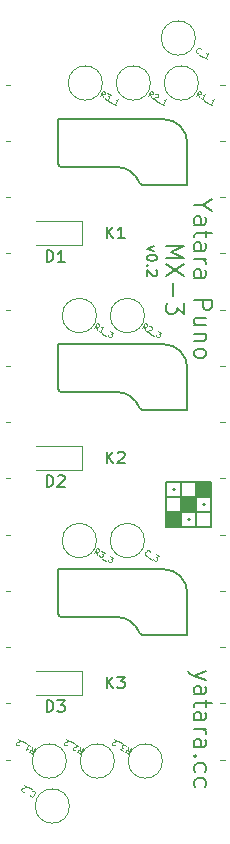
<source format=gto>
%TF.GenerationSoftware,KiCad,Pcbnew,5.0.0+dfsg1-2*%
%TF.CreationDate,2019-02-10T19:26:03+01:00*%
%TF.ProjectId,yatara-puno-mx-3,7961746172612D70756E6F2D6D782D33,0.2*%
%TF.SameCoordinates,Original*%
%TF.FileFunction,Legend,Top*%
%TF.FilePolarity,Positive*%
%FSLAX46Y46*%
G04 Gerber Fmt 4.6, Leading zero omitted, Abs format (unit mm)*
G04 Created by KiCad (PCBNEW 5.0.0+dfsg1-2) date Sun Feb 10 19:26:03 2019*
%MOMM*%
%LPD*%
G01*
G04 APERTURE LIST*
%ADD10C,0.100000*%
%ADD11C,0.200000*%
%ADD12C,0.150000*%
%ADD13C,0.120000*%
%ADD14C,0.125000*%
G04 APERTURE END LIST*
D10*
X83250000Y-33525000D02*
X82890000Y-33525000D01*
X83250000Y-38287500D02*
X82890000Y-38287500D01*
X83250000Y-43050000D02*
X82890000Y-43050000D01*
X83250000Y-47812500D02*
X82890000Y-47812500D01*
X83250000Y-52575000D02*
X82890000Y-52575000D01*
X83250000Y-57337500D02*
X82890000Y-57337500D01*
X83250000Y-62100000D02*
X82890000Y-62100000D01*
X83250000Y-66862500D02*
X82890000Y-66862500D01*
X83250000Y-71625000D02*
X82890000Y-71625000D01*
X83250000Y-76387500D02*
X82890000Y-76387500D01*
X83250000Y-81150000D02*
X82890000Y-81150000D01*
X83250000Y-85912500D02*
X82890000Y-85912500D01*
X83250000Y-90675000D02*
X82890000Y-90675000D01*
X64750000Y-33525000D02*
X65110000Y-33525000D01*
X64750000Y-38287500D02*
X65110000Y-38287500D01*
X64750000Y-43050000D02*
X65110000Y-43050000D01*
X64750000Y-47812500D02*
X65110000Y-47812500D01*
X64750000Y-52575000D02*
X65110000Y-52575000D01*
X64750000Y-57337500D02*
X65110000Y-57337500D01*
X64750000Y-62100000D02*
X65110000Y-62100000D01*
X64750000Y-66862500D02*
X65110000Y-66862500D01*
X64750000Y-71625000D02*
X65110000Y-71625000D01*
X64750000Y-76387500D02*
X65110000Y-76387500D01*
X64750000Y-81150000D02*
X65110000Y-81150000D01*
X64750000Y-85912500D02*
X65110000Y-85912500D01*
X64750000Y-90675000D02*
X65110000Y-90675000D01*
D11*
X78274428Y-47177857D02*
X79774428Y-47177857D01*
X78703000Y-47677857D01*
X79774428Y-48177857D01*
X78274428Y-48177857D01*
X79774428Y-48749285D02*
X78274428Y-49749285D01*
X79774428Y-49749285D02*
X78274428Y-48749285D01*
X78845857Y-50320714D02*
X78845857Y-51463571D01*
X79774428Y-52035000D02*
X79774428Y-52963571D01*
X79203000Y-52463571D01*
X79203000Y-52677857D01*
X79131571Y-52820714D01*
X79060142Y-52892142D01*
X78917285Y-52963571D01*
X78560142Y-52963571D01*
X78417285Y-52892142D01*
X78345857Y-52820714D01*
X78274428Y-52677857D01*
X78274428Y-52249285D01*
X78345857Y-52106428D01*
X78417285Y-52035000D01*
X81687428Y-83206428D02*
X80687428Y-83563571D01*
X81687428Y-83920714D02*
X80687428Y-83563571D01*
X80330285Y-83420714D01*
X80258857Y-83349285D01*
X80187428Y-83206428D01*
X80687428Y-85135000D02*
X81473142Y-85135000D01*
X81616000Y-85063571D01*
X81687428Y-84920714D01*
X81687428Y-84635000D01*
X81616000Y-84492142D01*
X80758857Y-85135000D02*
X80687428Y-84992142D01*
X80687428Y-84635000D01*
X80758857Y-84492142D01*
X80901714Y-84420714D01*
X81044571Y-84420714D01*
X81187428Y-84492142D01*
X81258857Y-84635000D01*
X81258857Y-84992142D01*
X81330285Y-85135000D01*
X81687428Y-85635000D02*
X81687428Y-86206428D01*
X82187428Y-85849285D02*
X80901714Y-85849285D01*
X80758857Y-85920714D01*
X80687428Y-86063571D01*
X80687428Y-86206428D01*
X80687428Y-87349285D02*
X81473142Y-87349285D01*
X81616000Y-87277857D01*
X81687428Y-87135000D01*
X81687428Y-86849285D01*
X81616000Y-86706428D01*
X80758857Y-87349285D02*
X80687428Y-87206428D01*
X80687428Y-86849285D01*
X80758857Y-86706428D01*
X80901714Y-86635000D01*
X81044571Y-86635000D01*
X81187428Y-86706428D01*
X81258857Y-86849285D01*
X81258857Y-87206428D01*
X81330285Y-87349285D01*
X80687428Y-88063571D02*
X81687428Y-88063571D01*
X81401714Y-88063571D02*
X81544571Y-88135000D01*
X81616000Y-88206428D01*
X81687428Y-88349285D01*
X81687428Y-88492142D01*
X80687428Y-89635000D02*
X81473142Y-89635000D01*
X81616000Y-89563571D01*
X81687428Y-89420714D01*
X81687428Y-89135000D01*
X81616000Y-88992142D01*
X80758857Y-89635000D02*
X80687428Y-89492142D01*
X80687428Y-89135000D01*
X80758857Y-88992142D01*
X80901714Y-88920714D01*
X81044571Y-88920714D01*
X81187428Y-88992142D01*
X81258857Y-89135000D01*
X81258857Y-89492142D01*
X81330285Y-89635000D01*
X80830285Y-90349285D02*
X80758857Y-90420714D01*
X80687428Y-90349285D01*
X80758857Y-90277857D01*
X80830285Y-90349285D01*
X80687428Y-90349285D01*
X80758857Y-91706428D02*
X80687428Y-91563571D01*
X80687428Y-91277857D01*
X80758857Y-91135000D01*
X80830285Y-91063571D01*
X80973142Y-90992142D01*
X81401714Y-90992142D01*
X81544571Y-91063571D01*
X81616000Y-91135000D01*
X81687428Y-91277857D01*
X81687428Y-91563571D01*
X81616000Y-91706428D01*
X80758857Y-92992142D02*
X80687428Y-92849285D01*
X80687428Y-92563571D01*
X80758857Y-92420714D01*
X80830285Y-92349285D01*
X80973142Y-92277857D01*
X81401714Y-92277857D01*
X81544571Y-92349285D01*
X81616000Y-92420714D01*
X81687428Y-92563571D01*
X81687428Y-92849285D01*
X81616000Y-92992142D01*
D12*
X77240857Y-47213071D02*
X76640857Y-47427357D01*
X77240857Y-47641642D01*
X77540857Y-48155928D02*
X77540857Y-48241642D01*
X77498000Y-48327357D01*
X77455142Y-48370214D01*
X77369428Y-48413071D01*
X77198000Y-48455928D01*
X76983714Y-48455928D01*
X76812285Y-48413071D01*
X76726571Y-48370214D01*
X76683714Y-48327357D01*
X76640857Y-48241642D01*
X76640857Y-48155928D01*
X76683714Y-48070214D01*
X76726571Y-48027357D01*
X76812285Y-47984500D01*
X76983714Y-47941642D01*
X77198000Y-47941642D01*
X77369428Y-47984500D01*
X77455142Y-48027357D01*
X77498000Y-48070214D01*
X77540857Y-48155928D01*
X76726571Y-48841642D02*
X76683714Y-48884500D01*
X76640857Y-48841642D01*
X76683714Y-48798785D01*
X76726571Y-48841642D01*
X76640857Y-48841642D01*
X77455142Y-49227357D02*
X77498000Y-49270214D01*
X77540857Y-49355928D01*
X77540857Y-49570214D01*
X77498000Y-49655928D01*
X77455142Y-49698785D01*
X77369428Y-49741642D01*
X77283714Y-49741642D01*
X77155142Y-49698785D01*
X76640857Y-49184500D01*
X76640857Y-49741642D01*
D11*
X81401714Y-43749285D02*
X80687428Y-43749285D01*
X82187428Y-43249285D02*
X81401714Y-43749285D01*
X82187428Y-44249285D01*
X80687428Y-45392142D02*
X81473142Y-45392142D01*
X81616000Y-45320714D01*
X81687428Y-45177857D01*
X81687428Y-44892142D01*
X81616000Y-44749285D01*
X80758857Y-45392142D02*
X80687428Y-45249285D01*
X80687428Y-44892142D01*
X80758857Y-44749285D01*
X80901714Y-44677857D01*
X81044571Y-44677857D01*
X81187428Y-44749285D01*
X81258857Y-44892142D01*
X81258857Y-45249285D01*
X81330285Y-45392142D01*
X81687428Y-45892142D02*
X81687428Y-46463571D01*
X82187428Y-46106428D02*
X80901714Y-46106428D01*
X80758857Y-46177857D01*
X80687428Y-46320714D01*
X80687428Y-46463571D01*
X80687428Y-47606428D02*
X81473142Y-47606428D01*
X81616000Y-47535000D01*
X81687428Y-47392142D01*
X81687428Y-47106428D01*
X81616000Y-46963571D01*
X80758857Y-47606428D02*
X80687428Y-47463571D01*
X80687428Y-47106428D01*
X80758857Y-46963571D01*
X80901714Y-46892142D01*
X81044571Y-46892142D01*
X81187428Y-46963571D01*
X81258857Y-47106428D01*
X81258857Y-47463571D01*
X81330285Y-47606428D01*
X80687428Y-48320714D02*
X81687428Y-48320714D01*
X81401714Y-48320714D02*
X81544571Y-48392142D01*
X81616000Y-48463571D01*
X81687428Y-48606428D01*
X81687428Y-48749285D01*
X80687428Y-49892142D02*
X81473142Y-49892142D01*
X81616000Y-49820714D01*
X81687428Y-49677857D01*
X81687428Y-49392142D01*
X81616000Y-49249285D01*
X80758857Y-49892142D02*
X80687428Y-49749285D01*
X80687428Y-49392142D01*
X80758857Y-49249285D01*
X80901714Y-49177857D01*
X81044571Y-49177857D01*
X81187428Y-49249285D01*
X81258857Y-49392142D01*
X81258857Y-49749285D01*
X81330285Y-49892142D01*
X80687428Y-51749285D02*
X82187428Y-51749285D01*
X82187428Y-52320714D01*
X82116000Y-52463571D01*
X82044571Y-52535000D01*
X81901714Y-52606428D01*
X81687428Y-52606428D01*
X81544571Y-52535000D01*
X81473142Y-52463571D01*
X81401714Y-52320714D01*
X81401714Y-51749285D01*
X81687428Y-53892142D02*
X80687428Y-53892142D01*
X81687428Y-53249285D02*
X80901714Y-53249285D01*
X80758857Y-53320714D01*
X80687428Y-53463571D01*
X80687428Y-53677857D01*
X80758857Y-53820714D01*
X80830285Y-53892142D01*
X81687428Y-54606428D02*
X80687428Y-54606428D01*
X81544571Y-54606428D02*
X81616000Y-54677857D01*
X81687428Y-54820714D01*
X81687428Y-55035000D01*
X81616000Y-55177857D01*
X81473142Y-55249285D01*
X80687428Y-55249285D01*
X80687428Y-56177857D02*
X80758857Y-56035000D01*
X80830285Y-55963571D01*
X80973142Y-55892142D01*
X81401714Y-55892142D01*
X81544571Y-55963571D01*
X81616000Y-56035000D01*
X81687428Y-56177857D01*
X81687428Y-56392142D01*
X81616000Y-56535000D01*
X81544571Y-56606428D01*
X81401714Y-56677857D01*
X80973142Y-56677857D01*
X80830285Y-56606428D01*
X80758857Y-56535000D01*
X80687428Y-56392142D01*
X80687428Y-56177857D01*
D13*
X71170000Y-47098000D02*
X67270000Y-47098000D01*
X71170000Y-45098000D02*
X67270000Y-45098000D01*
X71170000Y-47098000D02*
X71170000Y-45098000D01*
X71170000Y-66148000D02*
X67270000Y-66148000D01*
X71170000Y-64148000D02*
X67270000Y-64148000D01*
X71170000Y-66148000D02*
X71170000Y-64148000D01*
X71170000Y-85198000D02*
X67270000Y-85198000D01*
X71170000Y-83198000D02*
X67270000Y-83198000D01*
X71170000Y-85198000D02*
X71170000Y-83198000D01*
X72910000Y-33398000D02*
G75*
G03X72910000Y-33398000I-1450000J0D01*
G01*
X81038000Y-33398000D02*
G75*
G03X81038000Y-33398000I-1450000J0D01*
G01*
X76974000Y-33398000D02*
G75*
G03X76974000Y-33398000I-1450000J0D01*
G01*
D12*
X76048871Y-41871025D02*
G75*
G03X76286000Y-42034000I237129J91025D01*
G01*
X76024035Y-41813796D02*
G75*
G03X74127000Y-40510000I-1897035J-728204D01*
G01*
X69428000Y-40510000D02*
G75*
G02X69174000Y-40256000I0J254000D01*
G01*
X74127000Y-40510000D02*
X69428000Y-40510000D01*
X80096000Y-42034000D02*
X76286000Y-42034000D01*
X78064000Y-36446000D02*
G75*
G02X80096000Y-38478000I0J-2032000D01*
G01*
X80096000Y-42034000D02*
X80096000Y-38478000D01*
X69174000Y-36446000D02*
X69174000Y-40256000D01*
X78064000Y-36446000D02*
X69174000Y-36446000D01*
X76048871Y-79971025D02*
G75*
G03X76286000Y-80134000I237129J91025D01*
G01*
X76024035Y-79913796D02*
G75*
G03X74127000Y-78610000I-1897035J-728204D01*
G01*
X69428000Y-78610000D02*
G75*
G02X69174000Y-78356000I0J254000D01*
G01*
X74127000Y-78610000D02*
X69428000Y-78610000D01*
X80096000Y-80134000D02*
X76286000Y-80134000D01*
X78064000Y-74546000D02*
G75*
G02X80096000Y-76578000I0J-2032000D01*
G01*
X80096000Y-80134000D02*
X80096000Y-76578000D01*
X69174000Y-74546000D02*
X69174000Y-78356000D01*
X78064000Y-74546000D02*
X69174000Y-74546000D01*
X78064000Y-55496000D02*
X69174000Y-55496000D01*
X69174000Y-55496000D02*
X69174000Y-59306000D01*
X80096000Y-61084000D02*
X80096000Y-57528000D01*
X78064000Y-55496000D02*
G75*
G02X80096000Y-57528000I0J-2032000D01*
G01*
X80096000Y-61084000D02*
X76286000Y-61084000D01*
X74127000Y-59560000D02*
X69428000Y-59560000D01*
X69428000Y-59560000D02*
G75*
G02X69174000Y-59306000I0J254000D01*
G01*
X76024035Y-60863796D02*
G75*
G03X74127000Y-59560000I-1897035J-728204D01*
G01*
X76048871Y-60921025D02*
G75*
G03X76286000Y-61084000I237129J91025D01*
G01*
D13*
X77988000Y-90802000D02*
G75*
G03X77988000Y-90802000I-1450000J0D01*
G01*
X73926000Y-90802000D02*
G75*
G03X73926000Y-90802000I-1450000J0D01*
G01*
X69860000Y-90802000D02*
G75*
G03X69860000Y-90802000I-1450000J0D01*
G01*
X80784000Y-29588000D02*
G75*
G03X80784000Y-29588000I-1450000J0D01*
G01*
X70114000Y-94612000D02*
G75*
G03X70114000Y-94612000I-1450000J0D01*
G01*
X76466000Y-72133000D02*
G75*
G03X76466000Y-72133000I-1450000J0D01*
G01*
X72402000Y-53083000D02*
G75*
G03X72402000Y-53083000I-1450000J0D01*
G01*
X76466000Y-53083000D02*
G75*
G03X76466000Y-53083000I-1450000J0D01*
G01*
X72402000Y-72133000D02*
G75*
G03X72402000Y-72133000I-1450000J0D01*
G01*
D11*
X80323000Y-70355000D02*
G75*
G03X80323000Y-70355000I-100000J0D01*
G01*
X81593000Y-69085000D02*
G75*
G03X81593000Y-69085000I-100000J0D01*
G01*
X79053000Y-67815000D02*
G75*
G03X79053000Y-67815000I-100000J0D01*
G01*
D12*
X82128000Y-69720000D02*
X78318000Y-69720000D01*
X78318000Y-68450000D02*
X82128000Y-68450000D01*
X79588000Y-67180000D02*
X79588000Y-70990000D01*
X80858000Y-67180000D02*
X80858000Y-70990000D01*
X82128000Y-70990000D02*
X82128000Y-67180000D01*
X78318000Y-70990000D02*
X82128000Y-70990000D01*
X78318000Y-67180000D02*
X78318000Y-70990000D01*
X82128000Y-67180000D02*
X78318000Y-67180000D01*
G36*
X79588000Y-69720000D02*
X78318000Y-69720000D01*
X78318000Y-70990000D01*
X79588000Y-70990000D01*
X79588000Y-69720000D01*
G37*
X79588000Y-69720000D02*
X78318000Y-69720000D01*
X78318000Y-70990000D01*
X79588000Y-70990000D01*
X79588000Y-69720000D01*
G36*
X80858000Y-68450000D02*
X79588000Y-68450000D01*
X79588000Y-69720000D01*
X80858000Y-69720000D01*
X80858000Y-68450000D01*
G37*
X80858000Y-68450000D02*
X79588000Y-68450000D01*
X79588000Y-69720000D01*
X80858000Y-69720000D01*
X80858000Y-68450000D01*
G36*
X82128000Y-67180000D02*
X80858000Y-67180000D01*
X80858000Y-68450000D01*
X82128000Y-68450000D01*
X82128000Y-67180000D01*
G37*
X82128000Y-67180000D02*
X80858000Y-67180000D01*
X80858000Y-68450000D01*
X82128000Y-68450000D01*
X82128000Y-67180000D01*
X68181904Y-48550380D02*
X68181904Y-47550380D01*
X68420000Y-47550380D01*
X68562857Y-47598000D01*
X68658095Y-47693238D01*
X68705714Y-47788476D01*
X68753333Y-47978952D01*
X68753333Y-48121809D01*
X68705714Y-48312285D01*
X68658095Y-48407523D01*
X68562857Y-48502761D01*
X68420000Y-48550380D01*
X68181904Y-48550380D01*
X69705714Y-48550380D02*
X69134285Y-48550380D01*
X69420000Y-48550380D02*
X69420000Y-47550380D01*
X69324761Y-47693238D01*
X69229523Y-47788476D01*
X69134285Y-47836095D01*
X68181904Y-67600380D02*
X68181904Y-66600380D01*
X68420000Y-66600380D01*
X68562857Y-66648000D01*
X68658095Y-66743238D01*
X68705714Y-66838476D01*
X68753333Y-67028952D01*
X68753333Y-67171809D01*
X68705714Y-67362285D01*
X68658095Y-67457523D01*
X68562857Y-67552761D01*
X68420000Y-67600380D01*
X68181904Y-67600380D01*
X69134285Y-66695619D02*
X69181904Y-66648000D01*
X69277142Y-66600380D01*
X69515238Y-66600380D01*
X69610476Y-66648000D01*
X69658095Y-66695619D01*
X69705714Y-66790857D01*
X69705714Y-66886095D01*
X69658095Y-67028952D01*
X69086666Y-67600380D01*
X69705714Y-67600380D01*
X68181904Y-86650380D02*
X68181904Y-85650380D01*
X68420000Y-85650380D01*
X68562857Y-85698000D01*
X68658095Y-85793238D01*
X68705714Y-85888476D01*
X68753333Y-86078952D01*
X68753333Y-86221809D01*
X68705714Y-86412285D01*
X68658095Y-86507523D01*
X68562857Y-86602761D01*
X68420000Y-86650380D01*
X68181904Y-86650380D01*
X69086666Y-85650380D02*
X69705714Y-85650380D01*
X69372380Y-86031333D01*
X69515238Y-86031333D01*
X69610476Y-86078952D01*
X69658095Y-86126571D01*
X69705714Y-86221809D01*
X69705714Y-86459904D01*
X69658095Y-86555142D01*
X69610476Y-86602761D01*
X69515238Y-86650380D01*
X69229523Y-86650380D01*
X69134285Y-86602761D01*
X69086666Y-86555142D01*
D14*
X72935582Y-34607934D02*
X72910292Y-34318404D01*
X72688146Y-34465077D02*
X72938146Y-34032064D01*
X73103103Y-34127302D01*
X73132438Y-34171731D01*
X73141153Y-34204256D01*
X73137963Y-34257400D01*
X73102248Y-34319259D01*
X73057819Y-34348593D01*
X73025295Y-34357308D01*
X72972151Y-34354118D01*
X72807194Y-34258880D01*
X73329919Y-34258254D02*
X73597975Y-34413016D01*
X73358399Y-34494640D01*
X73420258Y-34530355D01*
X73449593Y-34574784D01*
X73458308Y-34607308D01*
X73455118Y-34660452D01*
X73395594Y-34763550D01*
X73351165Y-34792885D01*
X73318640Y-34801600D01*
X73265496Y-34798410D01*
X73141778Y-34726981D01*
X73112444Y-34682552D01*
X73103729Y-34650028D01*
X73406644Y-34934887D02*
X73736558Y-35125364D01*
X74090282Y-35274600D02*
X73842846Y-35131743D01*
X73966564Y-35203172D02*
X74216564Y-34770159D01*
X74139611Y-34808209D01*
X74074562Y-34825638D01*
X74021418Y-34822449D01*
X81063582Y-34607934D02*
X81038292Y-34318404D01*
X80816146Y-34465077D02*
X81066146Y-34032064D01*
X81231103Y-34127302D01*
X81260438Y-34171731D01*
X81269153Y-34204256D01*
X81265963Y-34257400D01*
X81230248Y-34319259D01*
X81185819Y-34348593D01*
X81153295Y-34357308D01*
X81100151Y-34354118D01*
X80935194Y-34258880D01*
X81475975Y-34846029D02*
X81228539Y-34703172D01*
X81352257Y-34774600D02*
X81602257Y-34341588D01*
X81525303Y-34379637D01*
X81460254Y-34397067D01*
X81407110Y-34393877D01*
X81534644Y-34934887D02*
X81864558Y-35125364D01*
X82218282Y-35274600D02*
X81970846Y-35131743D01*
X82094564Y-35203172D02*
X82344564Y-34770159D01*
X82267611Y-34808209D01*
X82202562Y-34825638D01*
X82149418Y-34822449D01*
X76999582Y-34607934D02*
X76974292Y-34318404D01*
X76752146Y-34465077D02*
X77002146Y-34032064D01*
X77167103Y-34127302D01*
X77196438Y-34171731D01*
X77205153Y-34204256D01*
X77201963Y-34257400D01*
X77166248Y-34319259D01*
X77121819Y-34348593D01*
X77089295Y-34357308D01*
X77036151Y-34354118D01*
X76871194Y-34258880D01*
X77390729Y-34311399D02*
X77423254Y-34302684D01*
X77476398Y-34305873D01*
X77579496Y-34365397D01*
X77608831Y-34409826D01*
X77617546Y-34442351D01*
X77614356Y-34495495D01*
X77590546Y-34536734D01*
X77534212Y-34586688D01*
X77143919Y-34691267D01*
X77411975Y-34846029D01*
X77470644Y-34934887D02*
X77800558Y-35125364D01*
X78154282Y-35274600D02*
X77906846Y-35131743D01*
X78030564Y-35203172D02*
X78280564Y-34770159D01*
X78203611Y-34808209D01*
X78138562Y-34825638D01*
X78085418Y-34822449D01*
D12*
X73261904Y-46552380D02*
X73261904Y-45552380D01*
X73833333Y-46552380D02*
X73404761Y-45980952D01*
X73833333Y-45552380D02*
X73261904Y-46123809D01*
X74785714Y-46552380D02*
X74214285Y-46552380D01*
X74500000Y-46552380D02*
X74500000Y-45552380D01*
X74404761Y-45695238D01*
X74309523Y-45790476D01*
X74214285Y-45838095D01*
X73261904Y-84652380D02*
X73261904Y-83652380D01*
X73833333Y-84652380D02*
X73404761Y-84080952D01*
X73833333Y-83652380D02*
X73261904Y-84223809D01*
X74166666Y-83652380D02*
X74785714Y-83652380D01*
X74452380Y-84033333D01*
X74595238Y-84033333D01*
X74690476Y-84080952D01*
X74738095Y-84128571D01*
X74785714Y-84223809D01*
X74785714Y-84461904D01*
X74738095Y-84557142D01*
X74690476Y-84604761D01*
X74595238Y-84652380D01*
X74309523Y-84652380D01*
X74214285Y-84604761D01*
X74166666Y-84557142D01*
X73261904Y-65602380D02*
X73261904Y-64602380D01*
X73833333Y-65602380D02*
X73404761Y-65030952D01*
X73833333Y-64602380D02*
X73261904Y-65173809D01*
X74214285Y-64697619D02*
X74261904Y-64650000D01*
X74357142Y-64602380D01*
X74595238Y-64602380D01*
X74690476Y-64650000D01*
X74738095Y-64697619D01*
X74785714Y-64792857D01*
X74785714Y-64888095D01*
X74738095Y-65030952D01*
X74166666Y-65602380D01*
X74785714Y-65602380D01*
D14*
X75062417Y-89592065D02*
X75087707Y-89881595D01*
X75309853Y-89734922D02*
X75059853Y-90167935D01*
X74894896Y-90072697D01*
X74865561Y-90028268D01*
X74856846Y-89995743D01*
X74860036Y-89942599D01*
X74895751Y-89880740D01*
X74940180Y-89851406D01*
X74972704Y-89842691D01*
X75025848Y-89845881D01*
X75190805Y-89941119D01*
X74668080Y-89941745D02*
X74400024Y-89786983D01*
X74639600Y-89705359D01*
X74577741Y-89669644D01*
X74548406Y-89625215D01*
X74539691Y-89592691D01*
X74542881Y-89539547D01*
X74602405Y-89436449D01*
X74646834Y-89407114D01*
X74679359Y-89398399D01*
X74732503Y-89401589D01*
X74856221Y-89473018D01*
X74885555Y-89517447D01*
X74894270Y-89549971D01*
X74591355Y-89265112D02*
X74261441Y-89074635D01*
X73928962Y-89460029D02*
X73896438Y-89468744D01*
X73843294Y-89465554D01*
X73740195Y-89406030D01*
X73710861Y-89361601D01*
X73702146Y-89329077D01*
X73705336Y-89275933D01*
X73729145Y-89234693D01*
X73785479Y-89184739D01*
X74175772Y-89080160D01*
X73907717Y-88925399D01*
X71000417Y-89592065D02*
X71025707Y-89881595D01*
X71247853Y-89734922D02*
X70997853Y-90167935D01*
X70832896Y-90072697D01*
X70803561Y-90028268D01*
X70794846Y-89995743D01*
X70798036Y-89942599D01*
X70833751Y-89880740D01*
X70878180Y-89851406D01*
X70910704Y-89842691D01*
X70963848Y-89845881D01*
X71128805Y-89941119D01*
X70609270Y-89888600D02*
X70576745Y-89897315D01*
X70523601Y-89894126D01*
X70420503Y-89834602D01*
X70391168Y-89790173D01*
X70382453Y-89757648D01*
X70385643Y-89704504D01*
X70409453Y-89663265D01*
X70465787Y-89613311D01*
X70856080Y-89508732D01*
X70588024Y-89353970D01*
X70529355Y-89265112D02*
X70199441Y-89074635D01*
X69866962Y-89460029D02*
X69834438Y-89468744D01*
X69781294Y-89465554D01*
X69678195Y-89406030D01*
X69648861Y-89361601D01*
X69640146Y-89329077D01*
X69643336Y-89275933D01*
X69667145Y-89234693D01*
X69723479Y-89184739D01*
X70113772Y-89080160D01*
X69845717Y-88925399D01*
X66934417Y-89592065D02*
X66959707Y-89881595D01*
X67181853Y-89734922D02*
X66931853Y-90167935D01*
X66766896Y-90072697D01*
X66737561Y-90028268D01*
X66728846Y-89995743D01*
X66732036Y-89942599D01*
X66767751Y-89880740D01*
X66812180Y-89851406D01*
X66844704Y-89842691D01*
X66897848Y-89845881D01*
X67062805Y-89941119D01*
X66522024Y-89353970D02*
X66769460Y-89496827D01*
X66645742Y-89425399D02*
X66395742Y-89858411D01*
X66472696Y-89820362D01*
X66537745Y-89802932D01*
X66590889Y-89806122D01*
X66463355Y-89265112D02*
X66133441Y-89074635D01*
X65800962Y-89460029D02*
X65768438Y-89468744D01*
X65715294Y-89465554D01*
X65612195Y-89406030D01*
X65582861Y-89361601D01*
X65574146Y-89329077D01*
X65577336Y-89275933D01*
X65601145Y-89234693D01*
X65657479Y-89184739D01*
X66047772Y-89080160D01*
X65779717Y-88925399D01*
X81039588Y-30875742D02*
X81007063Y-30884457D01*
X80933300Y-30869362D01*
X80892060Y-30845553D01*
X80842106Y-30789219D01*
X80824676Y-30724170D01*
X80827866Y-30671026D01*
X80854866Y-30576643D01*
X80890580Y-30514784D01*
X80958819Y-30444210D01*
X81003248Y-30414875D01*
X81068297Y-30397446D01*
X81142060Y-30412540D01*
X81183300Y-30436350D01*
X81233254Y-30492684D01*
X81241969Y-30525208D01*
X81074447Y-31005840D02*
X81404362Y-31196316D01*
X81758086Y-31345553D02*
X81510650Y-31202696D01*
X81634368Y-31274124D02*
X81884368Y-30841112D01*
X81807414Y-30879161D01*
X81742365Y-30896591D01*
X81689221Y-30893401D01*
X66958411Y-93324257D02*
X66990936Y-93315542D01*
X67064699Y-93330637D01*
X67105939Y-93354446D01*
X67155893Y-93410780D01*
X67173323Y-93475829D01*
X67170133Y-93528973D01*
X67143133Y-93623356D01*
X67107419Y-93685215D01*
X67039180Y-93755789D01*
X66994751Y-93785124D01*
X66929702Y-93802553D01*
X66855939Y-93787459D01*
X66814699Y-93763649D01*
X66764745Y-93707315D01*
X66756030Y-93674791D01*
X66923552Y-93194159D02*
X66593637Y-93003683D01*
X66261159Y-93389077D02*
X66228634Y-93397792D01*
X66175490Y-93394602D01*
X66072392Y-93335078D01*
X66043057Y-93290649D01*
X66034342Y-93258124D01*
X66037532Y-93204980D01*
X66061342Y-93163741D01*
X66117676Y-93113787D01*
X66507969Y-93009208D01*
X66239913Y-92854446D01*
X76721588Y-73420742D02*
X76689063Y-73429457D01*
X76615300Y-73414362D01*
X76574060Y-73390553D01*
X76524106Y-73334219D01*
X76506676Y-73269170D01*
X76509866Y-73216026D01*
X76536866Y-73121643D01*
X76572580Y-73059784D01*
X76640819Y-72989210D01*
X76685248Y-72959875D01*
X76750297Y-72942446D01*
X76824060Y-72957540D01*
X76865300Y-72981350D01*
X76915254Y-73037684D01*
X76923969Y-73070208D01*
X76756447Y-73550840D02*
X77086362Y-73741316D01*
X77422030Y-73302778D02*
X77690086Y-73457540D01*
X77450510Y-73539164D01*
X77512369Y-73574878D01*
X77541704Y-73619308D01*
X77550418Y-73651832D01*
X77547229Y-73704976D01*
X77487705Y-73808074D01*
X77443276Y-73837409D01*
X77410751Y-73846124D01*
X77357607Y-73842934D01*
X77233889Y-73771505D01*
X77204555Y-73727076D01*
X77195840Y-73694552D01*
X72427582Y-54292934D02*
X72402292Y-54003404D01*
X72180146Y-54150077D02*
X72430146Y-53717064D01*
X72595103Y-53812302D01*
X72624438Y-53856731D01*
X72633153Y-53889256D01*
X72629963Y-53942400D01*
X72594248Y-54004259D01*
X72549819Y-54033593D01*
X72517295Y-54042308D01*
X72464151Y-54039118D01*
X72299194Y-53943880D01*
X72839975Y-54531029D02*
X72592539Y-54388172D01*
X72716257Y-54459600D02*
X72966257Y-54026588D01*
X72889303Y-54064637D01*
X72824254Y-54082067D01*
X72771110Y-54078877D01*
X72898644Y-54619887D02*
X73228558Y-54810364D01*
X73564227Y-54371826D02*
X73832282Y-54526588D01*
X73592707Y-54608212D01*
X73654566Y-54643926D01*
X73683900Y-54688355D01*
X73692615Y-54720880D01*
X73689425Y-54774024D01*
X73629901Y-54877122D01*
X73585472Y-54906456D01*
X73552948Y-54915171D01*
X73499804Y-54911981D01*
X73376086Y-54840553D01*
X73346751Y-54796124D01*
X73338036Y-54763599D01*
X76491582Y-54292934D02*
X76466292Y-54003404D01*
X76244146Y-54150077D02*
X76494146Y-53717064D01*
X76659103Y-53812302D01*
X76688438Y-53856731D01*
X76697153Y-53889256D01*
X76693963Y-53942400D01*
X76658248Y-54004259D01*
X76613819Y-54033593D01*
X76581295Y-54042308D01*
X76528151Y-54039118D01*
X76363194Y-53943880D01*
X76882729Y-53996399D02*
X76915254Y-53987684D01*
X76968398Y-53990873D01*
X77071496Y-54050397D01*
X77100831Y-54094826D01*
X77109546Y-54127351D01*
X77106356Y-54180495D01*
X77082546Y-54221734D01*
X77026212Y-54271688D01*
X76635919Y-54376267D01*
X76903975Y-54531029D01*
X76962644Y-54619887D02*
X77292558Y-54810364D01*
X77628227Y-54371826D02*
X77896282Y-54526588D01*
X77656707Y-54608212D01*
X77718566Y-54643926D01*
X77747900Y-54688355D01*
X77756615Y-54720880D01*
X77753425Y-54774024D01*
X77693901Y-54877122D01*
X77649472Y-54906456D01*
X77616948Y-54915171D01*
X77563804Y-54911981D01*
X77440086Y-54840553D01*
X77410751Y-54796124D01*
X77402036Y-54763599D01*
X72427582Y-73342934D02*
X72402292Y-73053404D01*
X72180146Y-73200077D02*
X72430146Y-72767064D01*
X72595103Y-72862302D01*
X72624438Y-72906731D01*
X72633153Y-72939256D01*
X72629963Y-72992400D01*
X72594248Y-73054259D01*
X72549819Y-73083593D01*
X72517295Y-73092308D01*
X72464151Y-73089118D01*
X72299194Y-72993880D01*
X72821919Y-72993254D02*
X73089975Y-73148016D01*
X72850399Y-73229640D01*
X72912258Y-73265355D01*
X72941593Y-73309784D01*
X72950308Y-73342308D01*
X72947118Y-73395452D01*
X72887594Y-73498550D01*
X72843165Y-73527885D01*
X72810640Y-73536600D01*
X72757496Y-73533410D01*
X72633778Y-73461981D01*
X72604444Y-73417552D01*
X72595729Y-73385028D01*
X72898644Y-73669887D02*
X73228558Y-73860364D01*
X73564227Y-73421826D02*
X73832282Y-73576588D01*
X73592707Y-73658212D01*
X73654566Y-73693926D01*
X73683900Y-73738355D01*
X73692615Y-73770880D01*
X73689425Y-73824024D01*
X73629901Y-73927122D01*
X73585472Y-73956456D01*
X73552948Y-73965171D01*
X73499804Y-73961981D01*
X73376086Y-73890553D01*
X73346751Y-73846124D01*
X73338036Y-73813599D01*
D12*
M02*

</source>
